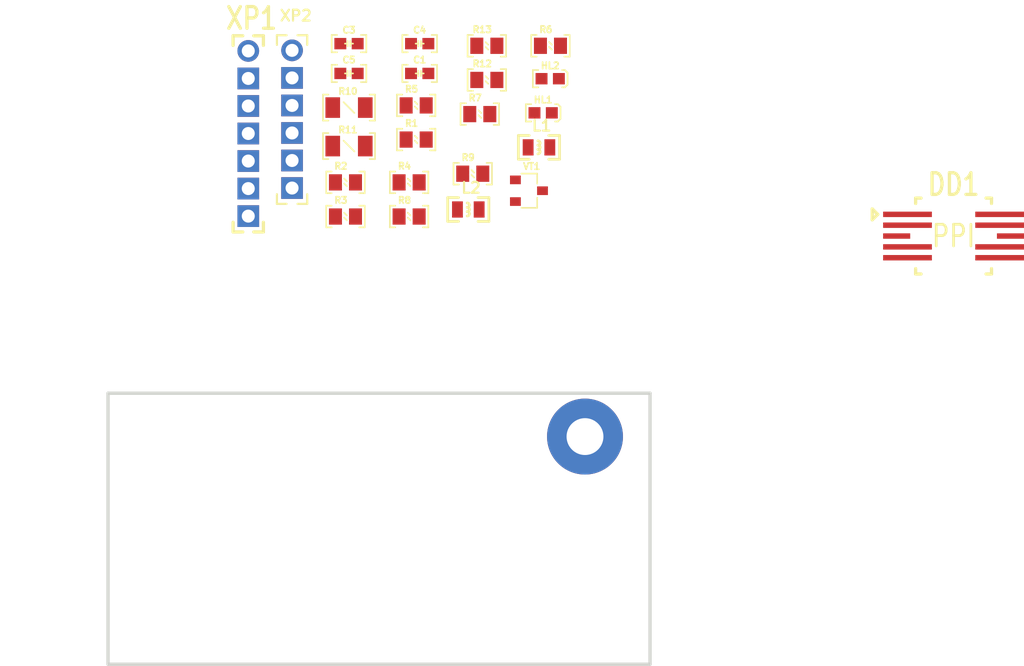
<source format=kicad_pcb>
(kicad_pcb (version 20171130) (host pcbnew "(5.1.4)-1")

  (general
    (thickness 1.6)
    (drawings 16)
    (tracks 0)
    (zones 0)
    (modules 26)
    (nets 20)
  )

  (page A4)
  (layers
    (0 F.Cu signal)
    (31 B.Cu signal)
    (32 B.Adhes user)
    (33 F.Adhes user)
    (34 B.Paste user)
    (35 F.Paste user)
    (36 B.SilkS user)
    (37 F.SilkS user)
    (38 B.Mask user)
    (39 F.Mask user)
    (40 Dwgs.User user)
    (41 Cmts.User user)
    (42 Eco1.User user)
    (43 Eco2.User user)
    (44 Edge.Cuts user)
    (45 Margin user)
    (46 B.CrtYd user)
    (47 F.CrtYd user)
    (48 B.Fab user)
    (49 F.Fab user)
  )

  (setup
    (last_trace_width 0.25)
    (trace_clearance 0.2)
    (zone_clearance 0.508)
    (zone_45_only no)
    (trace_min 0.2)
    (via_size 0.8)
    (via_drill 0.4)
    (via_min_size 0.4)
    (via_min_drill 0.3)
    (uvia_size 0.3)
    (uvia_drill 0.1)
    (uvias_allowed no)
    (uvia_min_size 0.2)
    (uvia_min_drill 0.1)
    (edge_width 0.05)
    (segment_width 0.2)
    (pcb_text_width 0.3)
    (pcb_text_size 1.5 1.5)
    (mod_edge_width 0.12)
    (mod_text_size 1 1)
    (mod_text_width 0.15)
    (pad_size 1.524 1.524)
    (pad_drill 0.762)
    (pad_to_mask_clearance 0.051)
    (solder_mask_min_width 0.25)
    (aux_axis_origin 0 0)
    (visible_elements 7FFFFFFF)
    (pcbplotparams
      (layerselection 0x010fc_ffffffff)
      (usegerberextensions false)
      (usegerberattributes false)
      (usegerberadvancedattributes false)
      (creategerberjobfile false)
      (excludeedgelayer true)
      (linewidth 0.100000)
      (plotframeref false)
      (viasonmask false)
      (mode 1)
      (useauxorigin false)
      (hpglpennumber 1)
      (hpglpenspeed 20)
      (hpglpendiameter 15.000000)
      (psnegative false)
      (psa4output false)
      (plotreference true)
      (plotvalue true)
      (plotinvisibletext false)
      (padsonsilk false)
      (subtractmaskfromsilk false)
      (outputformat 1)
      (mirror false)
      (drillshape 1)
      (scaleselection 1)
      (outputdirectory ""))
  )

  (net 0 "")
  (net 1 GND)
  (net 2 5V)
  (net 3 /RS-A)
  (net 4 /EN-RS)
  (net 5 "Net-(C3-Pad2)")
  (net 6 /RS-C)
  (net 7 /RS-B)
  (net 8 /TX-RS)
  (net 9 /RX-RS)
  (net 10 "Net-(L1-Pad2)")
  (net 11 "Net-(L2-Pad2)")
  (net 12 /RX-MC)
  (net 13 "Net-(HL1-PadA)")
  (net 14 /TX-MC)
  (net 15 "Net-(HL2-PadA)")
  (net 16 /EN-MC)
  (net 17 "Net-(R7-Pad1)")
  (net 18 /SHLD)
  (net 19 "Net-(X1-Pad1)")

  (net_class Default "Это класс цепей по умолчанию."
    (clearance 0.2)
    (trace_width 0.25)
    (via_dia 0.8)
    (via_drill 0.4)
    (uvia_dia 0.3)
    (uvia_drill 0.1)
    (add_net /EN-MC)
    (add_net /EN-RS)
    (add_net /RS-A)
    (add_net /RS-B)
    (add_net /RS-C)
    (add_net /RX-MC)
    (add_net /RX-RS)
    (add_net /SHLD)
    (add_net /TX-MC)
    (add_net /TX-RS)
    (add_net 5V)
    (add_net GND)
    (add_net "Net-(C3-Pad2)")
    (add_net "Net-(HL1-PadA)")
    (add_net "Net-(HL2-PadA)")
    (add_net "Net-(L1-Pad2)")
    (add_net "Net-(L2-Pad2)")
    (add_net "Net-(R7-Pad1)")
    (add_net "Net-(X1-Pad1)")
  )

  (module MOTOR_X:Вилка_СНП346-6ВП21-1-В (layer F.Cu) (tedit 5E989538) (tstamp 60E19ED8)
    (at 91.977 18.372)
    (path /60EDEB25)
    (fp_text reference XP2 (at 0.35 -3.2) (layer F.SilkS)
      (effects (font (size 1 1) (thickness 0.2)))
    )
    (fp_text value Вилка_СНП346-6ВП21-1#1N1N6 (at 0.06 18.04) (layer F.Fab) hide
      (effects (font (size 1 1) (thickness 0.15)))
    )
    (fp_line (start 1.397 14.1605) (end 0.508 14.1605) (layer F.SilkS) (width 0.2))
    (fp_line (start 1.397 14.1605) (end 1.397 13.2715) (layer F.SilkS) (width 0.2))
    (fp_line (start -1.397 14.1605) (end -0.508 14.1605) (layer F.SilkS) (width 0.2))
    (fp_line (start -1.397 14.1605) (end -1.397 13.2715) (layer F.SilkS) (width 0.2))
    (fp_line (start 1.397 -1.397) (end 1.397 -0.508) (layer F.SilkS) (width 0.2))
    (fp_line (start 1.397 -1.397) (end 0.508 -1.397) (layer F.SilkS) (width 0.2))
    (fp_line (start -1.397 -1.397) (end -0.508 -1.397) (layer F.SilkS) (width 0.2))
    (fp_line (start -1.397 -1.397) (end -1.397 -0.508) (layer F.SilkS) (width 0.2))
    (pad 6 thru_hole rect (at 0 12.7) (size 2 2) (drill 1.2) (layers *.Cu *.Mask))
    (pad 3 thru_hole rect (at 0 5.08) (size 2 2) (drill 1.2) (layers *.Cu *.Mask)
      (net 7 /RS-B))
    (pad 5 thru_hole rect (at 0 10.16) (size 2 2) (drill 1.2) (layers *.Cu *.Mask)
      (net 18 /SHLD))
    (pad 2 thru_hole rect (at 0 2.54) (size 2 2) (drill 1.2) (layers *.Cu *.Mask)
      (net 3 /RS-A))
    (pad 4 thru_hole rect (at 0 7.62) (size 2 2) (drill 1.2) (layers *.Cu *.Mask)
      (net 6 /RS-C))
    (pad 1 thru_hole circle (at 0 0) (size 2 2) (drill 1.2) (layers *.Cu *.Mask))
    (model ${MOTOR_3D}/SNP346-6VP21-1.stp
      (offset (xyz -1.25 -1.25 0))
      (scale (xyz 1 1 1))
      (rotate (xyz 0 0 0))
    )
  )

  (module MOTOR_X:Вилка_СНП346-7ВП21-1-В (layer F.Cu) (tedit 5B69490D) (tstamp 60E19EC6)
    (at 87.937 18.422)
    (path /60E39351)
    (fp_text reference XP1 (at 0.3 -3) (layer F.SilkS)
      (effects (font (size 2 1.6) (thickness 0.3)))
    )
    (fp_text value Вилка_СНП346-7ВП21-1#0 (at 0.06 18.04) (layer F.Fab) hide
      (effects (font (size 1 1) (thickness 0.15)))
    )
    (fp_line (start 1.397 16.7005) (end 0.508 16.7005) (layer F.SilkS) (width 0.3))
    (fp_line (start 1.397 16.7005) (end 1.397 15.8115) (layer F.SilkS) (width 0.3))
    (fp_line (start -1.397 16.7005) (end -0.508 16.7005) (layer F.SilkS) (width 0.3))
    (fp_line (start -1.397 16.7005) (end -1.397 15.8115) (layer F.SilkS) (width 0.3))
    (fp_line (start 1.397 -1.397) (end 1.397 -0.508) (layer F.SilkS) (width 0.3))
    (fp_line (start 1.397 -1.397) (end 0.508 -1.397) (layer F.SilkS) (width 0.3))
    (fp_line (start -1.397 -1.397) (end -0.508 -1.397) (layer F.SilkS) (width 0.3))
    (fp_line (start -1.397 -1.397) (end -1.397 -0.508) (layer F.SilkS) (width 0.3))
    (pad 6 thru_hole rect (at 0 12.7) (size 2 2) (drill 1.2) (layers *.Cu *.Mask)
      (net 14 /TX-MC))
    (pad 3 thru_hole rect (at 0 5.08) (size 2 2) (drill 1.2) (layers *.Cu *.Mask)
      (net 16 /EN-MC))
    (pad 5 thru_hole rect (at 0 10.16) (size 2 2) (drill 1.2) (layers *.Cu *.Mask)
      (net 12 /RX-MC))
    (pad 2 thru_hole rect (at 0 2.54) (size 2 2) (drill 1.2) (layers *.Cu *.Mask)
      (net 16 /EN-MC))
    (pad 4 thru_hole rect (at 0 7.62) (size 2 2) (drill 1.2) (layers *.Cu *.Mask)
      (net 2 5V))
    (pad 1 thru_hole circle (at 0 0) (size 2 2) (drill 1.2) (layers *.Cu *.Mask)
      (net 1 GND))
    (pad 7 thru_hole rect (at 0 15.24) (size 2 2) (drill 1.2) (layers *.Cu *.Mask)
      (net 1 GND))
  )

  (module MOTOR_VD_VT_HL:Корпус_КТ-46 (layer F.Cu) (tedit 5E96196C) (tstamp 60E19EAB)
    (at 113.829999 31.32)
    (descr SOT-23)
    (tags SOT-23)
    (path /60E0A539)
    (attr smd)
    (fp_text reference VT1 (at 0.25 -2.25) (layer F.SilkS)
      (effects (font (size 0.6 0.6) (thickness 0.15)))
    )
    (fp_text value Транзистор_2Т3130А9 (at 0 2.5) (layer F.Fab)
      (effects (font (size 1 1) (thickness 0.15)))
    )
    (fp_line (start 0.76 -1.58) (end -0.7 -1.58) (layer F.SilkS) (width 0.15))
    (fp_line (start 0.76 1.58) (end -0.7 1.58) (layer F.SilkS) (width 0.15))
    (fp_line (start -1.7 1.75) (end -1.7 -1.75) (layer F.CrtYd) (width 0.05))
    (fp_line (start 1.7 1.75) (end -1.7 1.75) (layer F.CrtYd) (width 0.05))
    (fp_line (start 1.7 -1.75) (end 1.7 1.75) (layer F.CrtYd) (width 0.05))
    (fp_line (start -1.7 -1.75) (end 1.7 -1.75) (layer F.CrtYd) (width 0.05))
    (fp_line (start 0.76 -1.58) (end 0.76 -0.65) (layer F.SilkS) (width 0.15))
    (fp_line (start 0.76 1.58) (end 0.76 0.65) (layer F.SilkS) (width 0.15))
    (pad 3 smd rect (at 1.25 0) (size 1 0.8) (layers F.Cu F.Paste F.Mask)
      (net 4 /EN-RS))
    (pad 2 smd rect (at -1.25 1) (size 1 0.8) (layers F.Cu F.Paste F.Mask)
      (net 1 GND))
    (pad 1 smd rect (at -1.25 -1) (size 1 0.8) (layers F.Cu F.Paste F.Mask)
      (net 17 "Net-(R7-Pad1)"))
    (model ${MOTOR_3D}/SOT-23.step
      (offset (xyz 0 0 0.57))
      (scale (xyz 1 1 1))
      (rotate (xyz -90 0 -90))
    )
  )

  (module MOTOR_RLC:Резистор_SMD_IEC_0805_0,125_Вт (layer F.Cu) (tedit 5F86EF35) (tstamp 60E19E9C)
    (at 109.02 17.95)
    (path /60E55DB0)
    (attr smd)
    (fp_text reference R13 (at 0.5 -1.5) (layer F.SilkS)
      (effects (font (size 0.6 0.6) (thickness 0.15)))
    )
    (fp_text value Резистор_0,125Вт (at 1.1 1.7) (layer F.Fab) hide
      (effects (font (size 0.6 0.6) (thickness 0.15)))
    )
    (fp_line (start 0.8 -0.35) (end 1.05 -0.1) (layer F.SilkS) (width 0.15))
    (fp_line (start 0.8 0.1) (end 1.05 0.35) (layer F.SilkS) (width 0.15))
    (fp_line (start 2.7 1) (end 2.7 -1) (layer F.CrtYd) (width 0.12))
    (fp_line (start -0.9 1) (end 2.7 1) (layer F.CrtYd) (width 0.12))
    (fp_line (start -0.9 -1) (end -0.9 1) (layer F.CrtYd) (width 0.12))
    (fp_line (start 2.7 -1) (end -0.9 -1) (layer F.CrtYd) (width 0.12))
    (fp_line (start -1.45 1) (end -1.45 -1) (layer Cmts.User) (width 0.12))
    (fp_line (start 3.3 1) (end -1.45 1) (layer Cmts.User) (width 0.12))
    (fp_line (start 3.3 -1) (end 3.3 1) (layer Cmts.User) (width 0.12))
    (fp_line (start -1.45 -1) (end 3.3 -1) (layer Cmts.User) (width 0.12))
    (fp_line (start 1.925 -0.6) (end -0.075 -0.6) (layer F.Fab) (width 0.12))
    (fp_line (start 1.925 0.65) (end 1.925 -0.6) (layer F.Fab) (width 0.12))
    (fp_line (start -0.075 0.65) (end 1.925 0.65) (layer F.Fab) (width 0.12))
    (fp_line (start -0.075 -0.6) (end -0.075 0.65) (layer F.Fab) (width 0.12))
    (fp_line (start -0.85 1) (end -0.35 1) (layer F.SilkS) (width 0.15))
    (fp_line (start 2.7 1) (end 2.2 1) (layer F.SilkS) (width 0.15))
    (fp_line (start -0.85 -1) (end -0.35 -1) (layer F.SilkS) (width 0.15))
    (fp_line (start 2.7 -1) (end 2.2 -1) (layer F.SilkS) (width 0.15))
    (fp_line (start 2.7 -1) (end 2.7 1) (layer F.SilkS) (width 0.15))
    (fp_line (start -0.85 1) (end -0.85 -1) (layer F.SilkS) (width 0.15))
    (pad 2 smd rect (at 1.85 0) (size 1.2 1.5) (layers F.Cu F.Paste F.Mask)
      (net 1 GND) (clearance 0.2))
    (pad 1 smd rect (at 0 0) (size 1.2 1.5) (layers F.Cu F.Paste F.Mask)
      (net 7 /RS-B) (clearance 0.2))
    (model ${MOTOR_3D}/R/Res_0805.stp
      (offset (xyz -0.05 0.6 0))
      (scale (xyz 1 1 1))
      (rotate (xyz 0 0 90))
    )
  )

  (module MOTOR_RLC:Резистор_SMD_IEC_0805_0,125_Вт (layer F.Cu) (tedit 5F86EF35) (tstamp 60E19E82)
    (at 109.02 21.1)
    (path /60E25746)
    (attr smd)
    (fp_text reference R12 (at 0.5 -1.5) (layer F.SilkS)
      (effects (font (size 0.6 0.6) (thickness 0.15)))
    )
    (fp_text value Резистор_0,125Вт (at 1.1 1.7) (layer F.Fab) hide
      (effects (font (size 0.6 0.6) (thickness 0.15)))
    )
    (fp_line (start 0.8 -0.35) (end 1.05 -0.1) (layer F.SilkS) (width 0.15))
    (fp_line (start 0.8 0.1) (end 1.05 0.35) (layer F.SilkS) (width 0.15))
    (fp_line (start 2.7 1) (end 2.7 -1) (layer F.CrtYd) (width 0.12))
    (fp_line (start -0.9 1) (end 2.7 1) (layer F.CrtYd) (width 0.12))
    (fp_line (start -0.9 -1) (end -0.9 1) (layer F.CrtYd) (width 0.12))
    (fp_line (start 2.7 -1) (end -0.9 -1) (layer F.CrtYd) (width 0.12))
    (fp_line (start -1.45 1) (end -1.45 -1) (layer Cmts.User) (width 0.12))
    (fp_line (start 3.3 1) (end -1.45 1) (layer Cmts.User) (width 0.12))
    (fp_line (start 3.3 -1) (end 3.3 1) (layer Cmts.User) (width 0.12))
    (fp_line (start -1.45 -1) (end 3.3 -1) (layer Cmts.User) (width 0.12))
    (fp_line (start 1.925 -0.6) (end -0.075 -0.6) (layer F.Fab) (width 0.12))
    (fp_line (start 1.925 0.65) (end 1.925 -0.6) (layer F.Fab) (width 0.12))
    (fp_line (start -0.075 0.65) (end 1.925 0.65) (layer F.Fab) (width 0.12))
    (fp_line (start -0.075 -0.6) (end -0.075 0.65) (layer F.Fab) (width 0.12))
    (fp_line (start -0.85 1) (end -0.35 1) (layer F.SilkS) (width 0.15))
    (fp_line (start 2.7 1) (end 2.2 1) (layer F.SilkS) (width 0.15))
    (fp_line (start -0.85 -1) (end -0.35 -1) (layer F.SilkS) (width 0.15))
    (fp_line (start 2.7 -1) (end 2.2 -1) (layer F.SilkS) (width 0.15))
    (fp_line (start 2.7 -1) (end 2.7 1) (layer F.SilkS) (width 0.15))
    (fp_line (start -0.85 1) (end -0.85 -1) (layer F.SilkS) (width 0.15))
    (pad 2 smd rect (at 1.85 0) (size 1.2 1.5) (layers F.Cu F.Paste F.Mask)
      (net 3 /RS-A) (clearance 0.2))
    (pad 1 smd rect (at 0 0) (size 1.2 1.5) (layers F.Cu F.Paste F.Mask)
      (net 2 5V) (clearance 0.2))
    (model ${MOTOR_3D}/R/Res_0805.stp
      (offset (xyz -0.05 0.6 0))
      (scale (xyz 1 1 1))
      (rotate (xyz 0 0 90))
    )
  )

  (module MOTOR_RLC:Резистор_SMD_IEC_1206-0,25_Вт (layer F.Cu) (tedit 5F76C214) (tstamp 60E19E68)
    (at 95.73 27.2)
    (path /60E320BB)
    (attr smd)
    (fp_text reference R11 (at 1.4 -1.5) (layer F.SilkS)
      (effects (font (size 0.6 0.6) (thickness 0.15)))
    )
    (fp_text value Резистор_0,25Вт (at 1.75 2.25) (layer F.Fab)
      (effects (font (size 0.6 0.6) (thickness 0.15)))
    )
    (fp_line (start -0.9 1.2) (end -0.9 -1.2) (layer F.CrtYd) (width 0.12))
    (fp_line (start 3.9 1.2) (end -0.9 1.2) (layer F.CrtYd) (width 0.12))
    (fp_line (start 3.9 -1.2) (end 3.9 1.2) (layer F.CrtYd) (width 0.12))
    (fp_line (start -0.9 -1.2) (end 3.9 -1.2) (layer F.CrtYd) (width 0.12))
    (fp_line (start 2.6 -0.6) (end 2.6 0.6) (layer Dwgs.User) (width 0.12))
    (fp_line (start 0.4 -0.6) (end 0.4 0.6) (layer Dwgs.User) (width 0.12))
    (fp_line (start -0.1 0.8) (end -0.1 -0.8) (layer F.Fab) (width 0.12))
    (fp_line (start 3.1 0.8) (end -0.1 0.8) (layer F.Fab) (width 0.12))
    (fp_line (start 3.1 -0.8) (end 3.1 0.8) (layer F.Fab) (width 0.12))
    (fp_line (start -0.1 -0.8) (end 3.1 -0.8) (layer F.Fab) (width 0.12))
    (fp_line (start -1.2 1.2) (end -1.2 -1.2) (layer Cmts.User) (width 0.12))
    (fp_line (start 4.2 1.2) (end -1.2 1.2) (layer Cmts.User) (width 0.12))
    (fp_line (start 4.2 -1.2) (end 4.2 1.2) (layer Cmts.User) (width 0.12))
    (fp_line (start -1.2 -1.2) (end 4.2 -1.2) (layer Cmts.User) (width 0.12))
    (fp_line (start 2 0.5) (end 1 -0.5) (layer F.SilkS) (width 0.15))
    (fp_line (start -0.9 -1.2) (end -0.9 1.2) (layer F.SilkS) (width 0.15))
    (fp_line (start 3.9 -1.2) (end 3.9 1.2) (layer F.SilkS) (width 0.15))
    (fp_line (start 3.9 1.2) (end 3.4 1.2) (layer F.SilkS) (width 0.15))
    (fp_line (start 3.4 -1.2) (end 3.9 -1.2) (layer F.SilkS) (width 0.15))
    (fp_line (start -0.9 1.2) (end -0.4 1.2) (layer F.SilkS) (width 0.15))
    (fp_line (start -0.4 -1.2) (end -0.9 -1.2) (layer F.SilkS) (width 0.15))
    (pad 2 smd rect (at 3 0) (size 1.35 1.9) (layers F.Cu F.Paste F.Mask)
      (net 18 /SHLD))
    (pad 1 smd rect (at 0 0) (size 1.35 1.9) (layers F.Cu F.Paste F.Mask)
      (net 11 "Net-(L2-Pad2)"))
    (model ${MOTOR_3D}/R/Res_1206.stp
      (offset (xyz -0.05 0.8 0))
      (scale (xyz 1 1 1))
      (rotate (xyz 0 0 90))
    )
  )

  (module MOTOR_RLC:Резистор_SMD_IEC_1206-0,25_Вт (layer F.Cu) (tedit 5F76C214) (tstamp 60E19E4D)
    (at 95.73 23.65)
    (path /60E186DF)
    (attr smd)
    (fp_text reference R10 (at 1.4 -1.5) (layer F.SilkS)
      (effects (font (size 0.6 0.6) (thickness 0.15)))
    )
    (fp_text value Резистор_0,25Вт (at 1.75 2.25) (layer F.Fab)
      (effects (font (size 0.6 0.6) (thickness 0.15)))
    )
    (fp_line (start -0.9 1.2) (end -0.9 -1.2) (layer F.CrtYd) (width 0.12))
    (fp_line (start 3.9 1.2) (end -0.9 1.2) (layer F.CrtYd) (width 0.12))
    (fp_line (start 3.9 -1.2) (end 3.9 1.2) (layer F.CrtYd) (width 0.12))
    (fp_line (start -0.9 -1.2) (end 3.9 -1.2) (layer F.CrtYd) (width 0.12))
    (fp_line (start 2.6 -0.6) (end 2.6 0.6) (layer Dwgs.User) (width 0.12))
    (fp_line (start 0.4 -0.6) (end 0.4 0.6) (layer Dwgs.User) (width 0.12))
    (fp_line (start -0.1 0.8) (end -0.1 -0.8) (layer F.Fab) (width 0.12))
    (fp_line (start 3.1 0.8) (end -0.1 0.8) (layer F.Fab) (width 0.12))
    (fp_line (start 3.1 -0.8) (end 3.1 0.8) (layer F.Fab) (width 0.12))
    (fp_line (start -0.1 -0.8) (end 3.1 -0.8) (layer F.Fab) (width 0.12))
    (fp_line (start -1.2 1.2) (end -1.2 -1.2) (layer Cmts.User) (width 0.12))
    (fp_line (start 4.2 1.2) (end -1.2 1.2) (layer Cmts.User) (width 0.12))
    (fp_line (start 4.2 -1.2) (end 4.2 1.2) (layer Cmts.User) (width 0.12))
    (fp_line (start -1.2 -1.2) (end 4.2 -1.2) (layer Cmts.User) (width 0.12))
    (fp_line (start 2 0.5) (end 1 -0.5) (layer F.SilkS) (width 0.15))
    (fp_line (start -0.9 -1.2) (end -0.9 1.2) (layer F.SilkS) (width 0.15))
    (fp_line (start 3.9 -1.2) (end 3.9 1.2) (layer F.SilkS) (width 0.15))
    (fp_line (start 3.9 1.2) (end 3.4 1.2) (layer F.SilkS) (width 0.15))
    (fp_line (start 3.4 -1.2) (end 3.9 -1.2) (layer F.SilkS) (width 0.15))
    (fp_line (start -0.9 1.2) (end -0.4 1.2) (layer F.SilkS) (width 0.15))
    (fp_line (start -0.4 -1.2) (end -0.9 -1.2) (layer F.SilkS) (width 0.15))
    (pad 2 smd rect (at 3 0) (size 1.35 1.9) (layers F.Cu F.Paste F.Mask)
      (net 6 /RS-C))
    (pad 1 smd rect (at 0 0) (size 1.35 1.9) (layers F.Cu F.Paste F.Mask)
      (net 10 "Net-(L1-Pad2)"))
    (model ${MOTOR_3D}/R/Res_1206.stp
      (offset (xyz -0.05 0.8 0))
      (scale (xyz 1 1 1))
      (rotate (xyz 0 0 90))
    )
  )

  (module MOTOR_RLC:Резистор_SMD_IEC_0805_0,125_Вт (layer F.Cu) (tedit 5F86EF35) (tstamp 60E19E32)
    (at 107.72 29.75)
    (path /60E4EAE9)
    (attr smd)
    (fp_text reference R9 (at 0.5 -1.5) (layer F.SilkS)
      (effects (font (size 0.6 0.6) (thickness 0.15)))
    )
    (fp_text value Резистор_0,125Вт (at 1.1 1.7) (layer F.Fab) hide
      (effects (font (size 0.6 0.6) (thickness 0.15)))
    )
    (fp_line (start 0.8 -0.35) (end 1.05 -0.1) (layer F.SilkS) (width 0.15))
    (fp_line (start 0.8 0.1) (end 1.05 0.35) (layer F.SilkS) (width 0.15))
    (fp_line (start 2.7 1) (end 2.7 -1) (layer F.CrtYd) (width 0.12))
    (fp_line (start -0.9 1) (end 2.7 1) (layer F.CrtYd) (width 0.12))
    (fp_line (start -0.9 -1) (end -0.9 1) (layer F.CrtYd) (width 0.12))
    (fp_line (start 2.7 -1) (end -0.9 -1) (layer F.CrtYd) (width 0.12))
    (fp_line (start -1.45 1) (end -1.45 -1) (layer Cmts.User) (width 0.12))
    (fp_line (start 3.3 1) (end -1.45 1) (layer Cmts.User) (width 0.12))
    (fp_line (start 3.3 -1) (end 3.3 1) (layer Cmts.User) (width 0.12))
    (fp_line (start -1.45 -1) (end 3.3 -1) (layer Cmts.User) (width 0.12))
    (fp_line (start 1.925 -0.6) (end -0.075 -0.6) (layer F.Fab) (width 0.12))
    (fp_line (start 1.925 0.65) (end 1.925 -0.6) (layer F.Fab) (width 0.12))
    (fp_line (start -0.075 0.65) (end 1.925 0.65) (layer F.Fab) (width 0.12))
    (fp_line (start -0.075 -0.6) (end -0.075 0.65) (layer F.Fab) (width 0.12))
    (fp_line (start -0.85 1) (end -0.35 1) (layer F.SilkS) (width 0.15))
    (fp_line (start 2.7 1) (end 2.2 1) (layer F.SilkS) (width 0.15))
    (fp_line (start -0.85 -1) (end -0.35 -1) (layer F.SilkS) (width 0.15))
    (fp_line (start 2.7 -1) (end 2.2 -1) (layer F.SilkS) (width 0.15))
    (fp_line (start 2.7 -1) (end 2.7 1) (layer F.SilkS) (width 0.15))
    (fp_line (start -0.85 1) (end -0.85 -1) (layer F.SilkS) (width 0.15))
    (pad 2 smd rect (at 1.85 0) (size 1.2 1.5) (layers F.Cu F.Paste F.Mask)
      (net 7 /RS-B) (clearance 0.2))
    (pad 1 smd rect (at 0 0) (size 1.2 1.5) (layers F.Cu F.Paste F.Mask)
      (net 5 "Net-(C3-Pad2)") (clearance 0.2))
    (model ${MOTOR_3D}/R/Res_0805.stp
      (offset (xyz -0.05 0.6 0))
      (scale (xyz 1 1 1))
      (rotate (xyz 0 0 90))
    )
  )

  (module MOTOR_RLC:Резистор_SMD_IEC_0805_0,125_Вт (layer F.Cu) (tedit 5F86EF35) (tstamp 60E19E18)
    (at 101.85 33.7)
    (path /60E5CE59)
    (attr smd)
    (fp_text reference R8 (at 0.5 -1.5) (layer F.SilkS)
      (effects (font (size 0.6 0.6) (thickness 0.15)))
    )
    (fp_text value Резистор_0,125Вт (at 1.1 1.7) (layer F.Fab) hide
      (effects (font (size 0.6 0.6) (thickness 0.15)))
    )
    (fp_line (start 0.8 -0.35) (end 1.05 -0.1) (layer F.SilkS) (width 0.15))
    (fp_line (start 0.8 0.1) (end 1.05 0.35) (layer F.SilkS) (width 0.15))
    (fp_line (start 2.7 1) (end 2.7 -1) (layer F.CrtYd) (width 0.12))
    (fp_line (start -0.9 1) (end 2.7 1) (layer F.CrtYd) (width 0.12))
    (fp_line (start -0.9 -1) (end -0.9 1) (layer F.CrtYd) (width 0.12))
    (fp_line (start 2.7 -1) (end -0.9 -1) (layer F.CrtYd) (width 0.12))
    (fp_line (start -1.45 1) (end -1.45 -1) (layer Cmts.User) (width 0.12))
    (fp_line (start 3.3 1) (end -1.45 1) (layer Cmts.User) (width 0.12))
    (fp_line (start 3.3 -1) (end 3.3 1) (layer Cmts.User) (width 0.12))
    (fp_line (start -1.45 -1) (end 3.3 -1) (layer Cmts.User) (width 0.12))
    (fp_line (start 1.925 -0.6) (end -0.075 -0.6) (layer F.Fab) (width 0.12))
    (fp_line (start 1.925 0.65) (end 1.925 -0.6) (layer F.Fab) (width 0.12))
    (fp_line (start -0.075 0.65) (end 1.925 0.65) (layer F.Fab) (width 0.12))
    (fp_line (start -0.075 -0.6) (end -0.075 0.65) (layer F.Fab) (width 0.12))
    (fp_line (start -0.85 1) (end -0.35 1) (layer F.SilkS) (width 0.15))
    (fp_line (start 2.7 1) (end 2.2 1) (layer F.SilkS) (width 0.15))
    (fp_line (start -0.85 -1) (end -0.35 -1) (layer F.SilkS) (width 0.15))
    (fp_line (start 2.7 -1) (end 2.2 -1) (layer F.SilkS) (width 0.15))
    (fp_line (start 2.7 -1) (end 2.7 1) (layer F.SilkS) (width 0.15))
    (fp_line (start -0.85 1) (end -0.85 -1) (layer F.SilkS) (width 0.15))
    (pad 2 smd rect (at 1.85 0) (size 1.2 1.5) (layers F.Cu F.Paste F.Mask)
      (net 4 /EN-RS) (clearance 0.2))
    (pad 1 smd rect (at 0 0) (size 1.2 1.5) (layers F.Cu F.Paste F.Mask)
      (net 2 5V) (clearance 0.2))
    (model ${MOTOR_3D}/R/Res_0805.stp
      (offset (xyz -0.05 0.6 0))
      (scale (xyz 1 1 1))
      (rotate (xyz 0 0 90))
    )
  )

  (module MOTOR_RLC:Резистор_SMD_IEC_0805_0,125_Вт (layer F.Cu) (tedit 5F86EF35) (tstamp 60E19DFE)
    (at 108.37 24.25)
    (path /60EA20A4)
    (attr smd)
    (fp_text reference R7 (at 0.5 -1.5) (layer F.SilkS)
      (effects (font (size 0.6 0.6) (thickness 0.15)))
    )
    (fp_text value Резистор_0,125Вт (at 1.1 1.7) (layer F.Fab) hide
      (effects (font (size 0.6 0.6) (thickness 0.15)))
    )
    (fp_line (start 0.8 -0.35) (end 1.05 -0.1) (layer F.SilkS) (width 0.15))
    (fp_line (start 0.8 0.1) (end 1.05 0.35) (layer F.SilkS) (width 0.15))
    (fp_line (start 2.7 1) (end 2.7 -1) (layer F.CrtYd) (width 0.12))
    (fp_line (start -0.9 1) (end 2.7 1) (layer F.CrtYd) (width 0.12))
    (fp_line (start -0.9 -1) (end -0.9 1) (layer F.CrtYd) (width 0.12))
    (fp_line (start 2.7 -1) (end -0.9 -1) (layer F.CrtYd) (width 0.12))
    (fp_line (start -1.45 1) (end -1.45 -1) (layer Cmts.User) (width 0.12))
    (fp_line (start 3.3 1) (end -1.45 1) (layer Cmts.User) (width 0.12))
    (fp_line (start 3.3 -1) (end 3.3 1) (layer Cmts.User) (width 0.12))
    (fp_line (start -1.45 -1) (end 3.3 -1) (layer Cmts.User) (width 0.12))
    (fp_line (start 1.925 -0.6) (end -0.075 -0.6) (layer F.Fab) (width 0.12))
    (fp_line (start 1.925 0.65) (end 1.925 -0.6) (layer F.Fab) (width 0.12))
    (fp_line (start -0.075 0.65) (end 1.925 0.65) (layer F.Fab) (width 0.12))
    (fp_line (start -0.075 -0.6) (end -0.075 0.65) (layer F.Fab) (width 0.12))
    (fp_line (start -0.85 1) (end -0.35 1) (layer F.SilkS) (width 0.15))
    (fp_line (start 2.7 1) (end 2.2 1) (layer F.SilkS) (width 0.15))
    (fp_line (start -0.85 -1) (end -0.35 -1) (layer F.SilkS) (width 0.15))
    (fp_line (start 2.7 -1) (end 2.2 -1) (layer F.SilkS) (width 0.15))
    (fp_line (start 2.7 -1) (end 2.7 1) (layer F.SilkS) (width 0.15))
    (fp_line (start -0.85 1) (end -0.85 -1) (layer F.SilkS) (width 0.15))
    (pad 2 smd rect (at 1.85 0) (size 1.2 1.5) (layers F.Cu F.Paste F.Mask)
      (net 16 /EN-MC) (clearance 0.2))
    (pad 1 smd rect (at 0 0) (size 1.2 1.5) (layers F.Cu F.Paste F.Mask)
      (net 17 "Net-(R7-Pad1)") (clearance 0.2))
    (model ${MOTOR_3D}/R/Res_0805.stp
      (offset (xyz -0.05 0.6 0))
      (scale (xyz 1 1 1))
      (rotate (xyz 0 0 90))
    )
  )

  (module MOTOR_RLC:Резистор_SMD_IEC_0805_0,125_Вт (layer F.Cu) (tedit 5F86EF35) (tstamp 60E19DE4)
    (at 114.89 17.95)
    (path /60E9941B)
    (attr smd)
    (fp_text reference R6 (at 0.5 -1.5) (layer F.SilkS)
      (effects (font (size 0.6 0.6) (thickness 0.15)))
    )
    (fp_text value Резистор_0,125Вт (at 1.1 1.7) (layer F.Fab) hide
      (effects (font (size 0.6 0.6) (thickness 0.15)))
    )
    (fp_line (start 0.8 -0.35) (end 1.05 -0.1) (layer F.SilkS) (width 0.15))
    (fp_line (start 0.8 0.1) (end 1.05 0.35) (layer F.SilkS) (width 0.15))
    (fp_line (start 2.7 1) (end 2.7 -1) (layer F.CrtYd) (width 0.12))
    (fp_line (start -0.9 1) (end 2.7 1) (layer F.CrtYd) (width 0.12))
    (fp_line (start -0.9 -1) (end -0.9 1) (layer F.CrtYd) (width 0.12))
    (fp_line (start 2.7 -1) (end -0.9 -1) (layer F.CrtYd) (width 0.12))
    (fp_line (start -1.45 1) (end -1.45 -1) (layer Cmts.User) (width 0.12))
    (fp_line (start 3.3 1) (end -1.45 1) (layer Cmts.User) (width 0.12))
    (fp_line (start 3.3 -1) (end 3.3 1) (layer Cmts.User) (width 0.12))
    (fp_line (start -1.45 -1) (end 3.3 -1) (layer Cmts.User) (width 0.12))
    (fp_line (start 1.925 -0.6) (end -0.075 -0.6) (layer F.Fab) (width 0.12))
    (fp_line (start 1.925 0.65) (end 1.925 -0.6) (layer F.Fab) (width 0.12))
    (fp_line (start -0.075 0.65) (end 1.925 0.65) (layer F.Fab) (width 0.12))
    (fp_line (start -0.075 -0.6) (end -0.075 0.65) (layer F.Fab) (width 0.12))
    (fp_line (start -0.85 1) (end -0.35 1) (layer F.SilkS) (width 0.15))
    (fp_line (start 2.7 1) (end 2.2 1) (layer F.SilkS) (width 0.15))
    (fp_line (start -0.85 -1) (end -0.35 -1) (layer F.SilkS) (width 0.15))
    (fp_line (start 2.7 -1) (end 2.2 -1) (layer F.SilkS) (width 0.15))
    (fp_line (start 2.7 -1) (end 2.7 1) (layer F.SilkS) (width 0.15))
    (fp_line (start -0.85 1) (end -0.85 -1) (layer F.SilkS) (width 0.15))
    (pad 2 smd rect (at 1.85 0) (size 1.2 1.5) (layers F.Cu F.Paste F.Mask)
      (net 14 /TX-MC) (clearance 0.2))
    (pad 1 smd rect (at 0 0) (size 1.2 1.5) (layers F.Cu F.Paste F.Mask)
      (net 15 "Net-(HL2-PadA)") (clearance 0.2))
    (model ${MOTOR_3D}/R/Res_0805.stp
      (offset (xyz -0.05 0.6 0))
      (scale (xyz 1 1 1))
      (rotate (xyz 0 0 90))
    )
  )

  (module MOTOR_RLC:Резистор_SMD_IEC_0805_0,125_Вт (layer F.Cu) (tedit 5F86EF35) (tstamp 60E19DCA)
    (at 102.5 23.45)
    (path /60E718B2)
    (attr smd)
    (fp_text reference R5 (at 0.5 -1.5) (layer F.SilkS)
      (effects (font (size 0.6 0.6) (thickness 0.15)))
    )
    (fp_text value Резистор_0,125Вт (at 1.1 1.7) (layer F.Fab) hide
      (effects (font (size 0.6 0.6) (thickness 0.15)))
    )
    (fp_line (start 0.8 -0.35) (end 1.05 -0.1) (layer F.SilkS) (width 0.15))
    (fp_line (start 0.8 0.1) (end 1.05 0.35) (layer F.SilkS) (width 0.15))
    (fp_line (start 2.7 1) (end 2.7 -1) (layer F.CrtYd) (width 0.12))
    (fp_line (start -0.9 1) (end 2.7 1) (layer F.CrtYd) (width 0.12))
    (fp_line (start -0.9 -1) (end -0.9 1) (layer F.CrtYd) (width 0.12))
    (fp_line (start 2.7 -1) (end -0.9 -1) (layer F.CrtYd) (width 0.12))
    (fp_line (start -1.45 1) (end -1.45 -1) (layer Cmts.User) (width 0.12))
    (fp_line (start 3.3 1) (end -1.45 1) (layer Cmts.User) (width 0.12))
    (fp_line (start 3.3 -1) (end 3.3 1) (layer Cmts.User) (width 0.12))
    (fp_line (start -1.45 -1) (end 3.3 -1) (layer Cmts.User) (width 0.12))
    (fp_line (start 1.925 -0.6) (end -0.075 -0.6) (layer F.Fab) (width 0.12))
    (fp_line (start 1.925 0.65) (end 1.925 -0.6) (layer F.Fab) (width 0.12))
    (fp_line (start -0.075 0.65) (end 1.925 0.65) (layer F.Fab) (width 0.12))
    (fp_line (start -0.075 -0.6) (end -0.075 0.65) (layer F.Fab) (width 0.12))
    (fp_line (start -0.85 1) (end -0.35 1) (layer F.SilkS) (width 0.15))
    (fp_line (start 2.7 1) (end 2.2 1) (layer F.SilkS) (width 0.15))
    (fp_line (start -0.85 -1) (end -0.35 -1) (layer F.SilkS) (width 0.15))
    (fp_line (start 2.7 -1) (end 2.2 -1) (layer F.SilkS) (width 0.15))
    (fp_line (start 2.7 -1) (end 2.7 1) (layer F.SilkS) (width 0.15))
    (fp_line (start -0.85 1) (end -0.85 -1) (layer F.SilkS) (width 0.15))
    (pad 2 smd rect (at 1.85 0) (size 1.2 1.5) (layers F.Cu F.Paste F.Mask)
      (net 14 /TX-MC) (clearance 0.2))
    (pad 1 smd rect (at 0 0) (size 1.2 1.5) (layers F.Cu F.Paste F.Mask)
      (net 9 /RX-RS) (clearance 0.2))
    (model ${MOTOR_3D}/R/Res_0805.stp
      (offset (xyz -0.05 0.6 0))
      (scale (xyz 1 1 1))
      (rotate (xyz 0 0 90))
    )
  )

  (module MOTOR_RLC:Резистор_SMD_IEC_0805_0,125_Вт (layer F.Cu) (tedit 5F86EF35) (tstamp 60E19DB0)
    (at 101.85 30.55)
    (path /60E6F6B5)
    (attr smd)
    (fp_text reference R4 (at 0.5 -1.5) (layer F.SilkS)
      (effects (font (size 0.6 0.6) (thickness 0.15)))
    )
    (fp_text value Резистор_0,125Вт (at 1.1 1.7) (layer F.Fab) hide
      (effects (font (size 0.6 0.6) (thickness 0.15)))
    )
    (fp_line (start 0.8 -0.35) (end 1.05 -0.1) (layer F.SilkS) (width 0.15))
    (fp_line (start 0.8 0.1) (end 1.05 0.35) (layer F.SilkS) (width 0.15))
    (fp_line (start 2.7 1) (end 2.7 -1) (layer F.CrtYd) (width 0.12))
    (fp_line (start -0.9 1) (end 2.7 1) (layer F.CrtYd) (width 0.12))
    (fp_line (start -0.9 -1) (end -0.9 1) (layer F.CrtYd) (width 0.12))
    (fp_line (start 2.7 -1) (end -0.9 -1) (layer F.CrtYd) (width 0.12))
    (fp_line (start -1.45 1) (end -1.45 -1) (layer Cmts.User) (width 0.12))
    (fp_line (start 3.3 1) (end -1.45 1) (layer Cmts.User) (width 0.12))
    (fp_line (start 3.3 -1) (end 3.3 1) (layer Cmts.User) (width 0.12))
    (fp_line (start -1.45 -1) (end 3.3 -1) (layer Cmts.User) (width 0.12))
    (fp_line (start 1.925 -0.6) (end -0.075 -0.6) (layer F.Fab) (width 0.12))
    (fp_line (start 1.925 0.65) (end 1.925 -0.6) (layer F.Fab) (width 0.12))
    (fp_line (start -0.075 0.65) (end 1.925 0.65) (layer F.Fab) (width 0.12))
    (fp_line (start -0.075 -0.6) (end -0.075 0.65) (layer F.Fab) (width 0.12))
    (fp_line (start -0.85 1) (end -0.35 1) (layer F.SilkS) (width 0.15))
    (fp_line (start 2.7 1) (end 2.2 1) (layer F.SilkS) (width 0.15))
    (fp_line (start -0.85 -1) (end -0.35 -1) (layer F.SilkS) (width 0.15))
    (fp_line (start 2.7 -1) (end 2.2 -1) (layer F.SilkS) (width 0.15))
    (fp_line (start 2.7 -1) (end 2.7 1) (layer F.SilkS) (width 0.15))
    (fp_line (start -0.85 1) (end -0.85 -1) (layer F.SilkS) (width 0.15))
    (pad 2 smd rect (at 1.85 0) (size 1.2 1.5) (layers F.Cu F.Paste F.Mask)
      (net 14 /TX-MC) (clearance 0.2))
    (pad 1 smd rect (at 0 0) (size 1.2 1.5) (layers F.Cu F.Paste F.Mask)
      (net 8 /TX-RS) (clearance 0.2))
    (model ${MOTOR_3D}/R/Res_0805.stp
      (offset (xyz -0.05 0.6 0))
      (scale (xyz 1 1 1))
      (rotate (xyz 0 0 90))
    )
  )

  (module MOTOR_RLC:Резистор_SMD_IEC_0805_0,125_Вт (layer F.Cu) (tedit 5F86EF35) (tstamp 60E19D96)
    (at 95.98 33.7)
    (path /60E5BDFE)
    (attr smd)
    (fp_text reference R3 (at 0.5 -1.5) (layer F.SilkS)
      (effects (font (size 0.6 0.6) (thickness 0.15)))
    )
    (fp_text value Резистор_0,125Вт (at 1.1 1.7) (layer F.Fab) hide
      (effects (font (size 0.6 0.6) (thickness 0.15)))
    )
    (fp_line (start 0.8 -0.35) (end 1.05 -0.1) (layer F.SilkS) (width 0.15))
    (fp_line (start 0.8 0.1) (end 1.05 0.35) (layer F.SilkS) (width 0.15))
    (fp_line (start 2.7 1) (end 2.7 -1) (layer F.CrtYd) (width 0.12))
    (fp_line (start -0.9 1) (end 2.7 1) (layer F.CrtYd) (width 0.12))
    (fp_line (start -0.9 -1) (end -0.9 1) (layer F.CrtYd) (width 0.12))
    (fp_line (start 2.7 -1) (end -0.9 -1) (layer F.CrtYd) (width 0.12))
    (fp_line (start -1.45 1) (end -1.45 -1) (layer Cmts.User) (width 0.12))
    (fp_line (start 3.3 1) (end -1.45 1) (layer Cmts.User) (width 0.12))
    (fp_line (start 3.3 -1) (end 3.3 1) (layer Cmts.User) (width 0.12))
    (fp_line (start -1.45 -1) (end 3.3 -1) (layer Cmts.User) (width 0.12))
    (fp_line (start 1.925 -0.6) (end -0.075 -0.6) (layer F.Fab) (width 0.12))
    (fp_line (start 1.925 0.65) (end 1.925 -0.6) (layer F.Fab) (width 0.12))
    (fp_line (start -0.075 0.65) (end 1.925 0.65) (layer F.Fab) (width 0.12))
    (fp_line (start -0.075 -0.6) (end -0.075 0.65) (layer F.Fab) (width 0.12))
    (fp_line (start -0.85 1) (end -0.35 1) (layer F.SilkS) (width 0.15))
    (fp_line (start 2.7 1) (end 2.2 1) (layer F.SilkS) (width 0.15))
    (fp_line (start -0.85 -1) (end -0.35 -1) (layer F.SilkS) (width 0.15))
    (fp_line (start 2.7 -1) (end 2.2 -1) (layer F.SilkS) (width 0.15))
    (fp_line (start 2.7 -1) (end 2.7 1) (layer F.SilkS) (width 0.15))
    (fp_line (start -0.85 1) (end -0.85 -1) (layer F.SilkS) (width 0.15))
    (pad 2 smd rect (at 1.85 0) (size 1.2 1.5) (layers F.Cu F.Paste F.Mask)
      (net 12 /RX-MC) (clearance 0.2))
    (pad 1 smd rect (at 0 0) (size 1.2 1.5) (layers F.Cu F.Paste F.Mask)
      (net 8 /TX-RS) (clearance 0.2))
    (model ${MOTOR_3D}/R/Res_0805.stp
      (offset (xyz -0.05 0.6 0))
      (scale (xyz 1 1 1))
      (rotate (xyz 0 0 90))
    )
  )

  (module MOTOR_RLC:Резистор_SMD_IEC_0805_0,125_Вт (layer F.Cu) (tedit 5F86EF35) (tstamp 60E19D7C)
    (at 95.98 30.55)
    (path /60E72427)
    (attr smd)
    (fp_text reference R2 (at 0.5 -1.5) (layer F.SilkS)
      (effects (font (size 0.6 0.6) (thickness 0.15)))
    )
    (fp_text value Резистор_0,125Вт (at 1.1 1.7) (layer F.Fab) hide
      (effects (font (size 0.6 0.6) (thickness 0.15)))
    )
    (fp_line (start 0.8 -0.35) (end 1.05 -0.1) (layer F.SilkS) (width 0.15))
    (fp_line (start 0.8 0.1) (end 1.05 0.35) (layer F.SilkS) (width 0.15))
    (fp_line (start 2.7 1) (end 2.7 -1) (layer F.CrtYd) (width 0.12))
    (fp_line (start -0.9 1) (end 2.7 1) (layer F.CrtYd) (width 0.12))
    (fp_line (start -0.9 -1) (end -0.9 1) (layer F.CrtYd) (width 0.12))
    (fp_line (start 2.7 -1) (end -0.9 -1) (layer F.CrtYd) (width 0.12))
    (fp_line (start -1.45 1) (end -1.45 -1) (layer Cmts.User) (width 0.12))
    (fp_line (start 3.3 1) (end -1.45 1) (layer Cmts.User) (width 0.12))
    (fp_line (start 3.3 -1) (end 3.3 1) (layer Cmts.User) (width 0.12))
    (fp_line (start -1.45 -1) (end 3.3 -1) (layer Cmts.User) (width 0.12))
    (fp_line (start 1.925 -0.6) (end -0.075 -0.6) (layer F.Fab) (width 0.12))
    (fp_line (start 1.925 0.65) (end 1.925 -0.6) (layer F.Fab) (width 0.12))
    (fp_line (start -0.075 0.65) (end 1.925 0.65) (layer F.Fab) (width 0.12))
    (fp_line (start -0.075 -0.6) (end -0.075 0.65) (layer F.Fab) (width 0.12))
    (fp_line (start -0.85 1) (end -0.35 1) (layer F.SilkS) (width 0.15))
    (fp_line (start 2.7 1) (end 2.2 1) (layer F.SilkS) (width 0.15))
    (fp_line (start -0.85 -1) (end -0.35 -1) (layer F.SilkS) (width 0.15))
    (fp_line (start 2.7 -1) (end 2.2 -1) (layer F.SilkS) (width 0.15))
    (fp_line (start 2.7 -1) (end 2.7 1) (layer F.SilkS) (width 0.15))
    (fp_line (start -0.85 1) (end -0.85 -1) (layer F.SilkS) (width 0.15))
    (pad 2 smd rect (at 1.85 0) (size 1.2 1.5) (layers F.Cu F.Paste F.Mask)
      (net 12 /RX-MC) (clearance 0.2))
    (pad 1 smd rect (at 0 0) (size 1.2 1.5) (layers F.Cu F.Paste F.Mask)
      (net 9 /RX-RS) (clearance 0.2))
    (model ${MOTOR_3D}/R/Res_0805.stp
      (offset (xyz -0.05 0.6 0))
      (scale (xyz 1 1 1))
      (rotate (xyz 0 0 90))
    )
  )

  (module MOTOR_RLC:Резистор_SMD_IEC_0805_0,125_Вт (layer F.Cu) (tedit 5F86EF35) (tstamp 60E19D62)
    (at 102.5 26.6)
    (path /60E95443)
    (attr smd)
    (fp_text reference R1 (at 0.5 -1.5) (layer F.SilkS)
      (effects (font (size 0.6 0.6) (thickness 0.15)))
    )
    (fp_text value Резистор_0,125Вт (at 1.1 1.7) (layer F.Fab) hide
      (effects (font (size 0.6 0.6) (thickness 0.15)))
    )
    (fp_line (start 0.8 -0.35) (end 1.05 -0.1) (layer F.SilkS) (width 0.15))
    (fp_line (start 0.8 0.1) (end 1.05 0.35) (layer F.SilkS) (width 0.15))
    (fp_line (start 2.7 1) (end 2.7 -1) (layer F.CrtYd) (width 0.12))
    (fp_line (start -0.9 1) (end 2.7 1) (layer F.CrtYd) (width 0.12))
    (fp_line (start -0.9 -1) (end -0.9 1) (layer F.CrtYd) (width 0.12))
    (fp_line (start 2.7 -1) (end -0.9 -1) (layer F.CrtYd) (width 0.12))
    (fp_line (start -1.45 1) (end -1.45 -1) (layer Cmts.User) (width 0.12))
    (fp_line (start 3.3 1) (end -1.45 1) (layer Cmts.User) (width 0.12))
    (fp_line (start 3.3 -1) (end 3.3 1) (layer Cmts.User) (width 0.12))
    (fp_line (start -1.45 -1) (end 3.3 -1) (layer Cmts.User) (width 0.12))
    (fp_line (start 1.925 -0.6) (end -0.075 -0.6) (layer F.Fab) (width 0.12))
    (fp_line (start 1.925 0.65) (end 1.925 -0.6) (layer F.Fab) (width 0.12))
    (fp_line (start -0.075 0.65) (end 1.925 0.65) (layer F.Fab) (width 0.12))
    (fp_line (start -0.075 -0.6) (end -0.075 0.65) (layer F.Fab) (width 0.12))
    (fp_line (start -0.85 1) (end -0.35 1) (layer F.SilkS) (width 0.15))
    (fp_line (start 2.7 1) (end 2.2 1) (layer F.SilkS) (width 0.15))
    (fp_line (start -0.85 -1) (end -0.35 -1) (layer F.SilkS) (width 0.15))
    (fp_line (start 2.7 -1) (end 2.2 -1) (layer F.SilkS) (width 0.15))
    (fp_line (start 2.7 -1) (end 2.7 1) (layer F.SilkS) (width 0.15))
    (fp_line (start -0.85 1) (end -0.85 -1) (layer F.SilkS) (width 0.15))
    (pad 2 smd rect (at 1.85 0) (size 1.2 1.5) (layers F.Cu F.Paste F.Mask)
      (net 12 /RX-MC) (clearance 0.2))
    (pad 1 smd rect (at 0 0) (size 1.2 1.5) (layers F.Cu F.Paste F.Mask)
      (net 13 "Net-(HL1-PadA)") (clearance 0.2))
    (model ${MOTOR_3D}/R/Res_0805.stp
      (offset (xyz -0.05 0.6 0))
      (scale (xyz 1 1 1))
      (rotate (xyz 0 0 90))
    )
  )

  (module N_RLC:Чип-индуктивность_SMD_0805 (layer F.Cu) (tedit 5C5F0EA3) (tstamp 60E19D48)
    (at 107.235 33.05)
    (path /60E320C7)
    (fp_text reference L2 (at 1.25 -2) (layer F.SilkS)
      (effects (font (size 1 1) (thickness 0.2)))
    )
    (fp_text value Чип-индуктивность (at 1.29 2.09) (layer F.Fab)
      (effects (font (size 2 1.6) (thickness 0.3)))
    )
    (fp_line (start -0.9 -1.1) (end 0.1 -1.1) (layer F.SilkS) (width 0.25))
    (fp_line (start 2.9 -1.1) (end 1.9 -1.1) (layer F.SilkS) (width 0.25))
    (fp_line (start 2.9 1.1) (end 1.9 1.1) (layer F.SilkS) (width 0.25))
    (fp_line (start -0.9 1.1) (end 0.1 1.1) (layer F.SilkS) (width 0.25))
    (fp_line (start 2.9 -1.1) (end 2.9 1.1) (layer F.SilkS) (width 0.25))
    (fp_line (start -0.9 1.1) (end -0.9 -1.1) (layer F.SilkS) (width 0.25))
    (fp_arc (start 0.9 0.4) (end 1.1 0.4) (angle 90) (layer F.SilkS) (width 0.25))
    (fp_arc (start 0.9 0.4) (end 0.9 0.2) (angle 90) (layer F.SilkS) (width 0.25))
    (fp_arc (start 0.9 0) (end 1.1 0) (angle 90) (layer F.SilkS) (width 0.25))
    (fp_arc (start 0.9 0) (end 0.9 -0.2) (angle 90) (layer F.SilkS) (width 0.25))
    (fp_arc (start 0.9 -0.4) (end 0.9 -0.6) (angle 90) (layer F.SilkS) (width 0.25))
    (fp_arc (start 0.9 -0.4) (end 1.1 -0.4) (angle 90) (layer F.SilkS) (width 0.25))
    (pad 2 smd rect (at 2 0) (size 1 1.5) (layers F.Cu F.Paste F.Mask)
      (net 11 "Net-(L2-Pad2)") (clearance 0.2))
    (pad 1 smd rect (at 0 0) (size 1 1.5) (layers F.Cu F.Paste F.Mask)
      (net 1 GND) (clearance 0.2))
    (model ${N_3D}/Res_0805.stp
      (offset (xyz 0 0.63 0))
      (scale (xyz 1 1 1))
      (rotate (xyz 0 0 90))
    )
  )

  (module N_RLC:Чип-индуктивность_SMD_0805 (layer F.Cu) (tedit 5C5F0EA3) (tstamp 60E19D36)
    (at 113.755 27.32)
    (path /60E2B600)
    (fp_text reference L1 (at 1.25 -2) (layer F.SilkS)
      (effects (font (size 1 1) (thickness 0.2)))
    )
    (fp_text value Чип-индуктивность (at 1.29 2.09) (layer F.Fab)
      (effects (font (size 2 1.6) (thickness 0.3)))
    )
    (fp_line (start -0.9 -1.1) (end 0.1 -1.1) (layer F.SilkS) (width 0.25))
    (fp_line (start 2.9 -1.1) (end 1.9 -1.1) (layer F.SilkS) (width 0.25))
    (fp_line (start 2.9 1.1) (end 1.9 1.1) (layer F.SilkS) (width 0.25))
    (fp_line (start -0.9 1.1) (end 0.1 1.1) (layer F.SilkS) (width 0.25))
    (fp_line (start 2.9 -1.1) (end 2.9 1.1) (layer F.SilkS) (width 0.25))
    (fp_line (start -0.9 1.1) (end -0.9 -1.1) (layer F.SilkS) (width 0.25))
    (fp_arc (start 0.9 0.4) (end 1.1 0.4) (angle 90) (layer F.SilkS) (width 0.25))
    (fp_arc (start 0.9 0.4) (end 0.9 0.2) (angle 90) (layer F.SilkS) (width 0.25))
    (fp_arc (start 0.9 0) (end 1.1 0) (angle 90) (layer F.SilkS) (width 0.25))
    (fp_arc (start 0.9 0) (end 0.9 -0.2) (angle 90) (layer F.SilkS) (width 0.25))
    (fp_arc (start 0.9 -0.4) (end 0.9 -0.6) (angle 90) (layer F.SilkS) (width 0.25))
    (fp_arc (start 0.9 -0.4) (end 1.1 -0.4) (angle 90) (layer F.SilkS) (width 0.25))
    (pad 2 smd rect (at 2 0) (size 1 1.5) (layers F.Cu F.Paste F.Mask)
      (net 10 "Net-(L1-Pad2)") (clearance 0.2))
    (pad 1 smd rect (at 0 0) (size 1 1.5) (layers F.Cu F.Paste F.Mask)
      (net 1 GND) (clearance 0.2))
    (model ${N_3D}/Res_0805.stp
      (offset (xyz 0 0.63 0))
      (scale (xyz 1 1 1))
      (rotate (xyz 0 0 90))
    )
  )

  (module MOTOR_VD_VT_HL:Светодиод_SMD_IEC_0603 (layer F.Cu) (tedit 5F76C344) (tstamp 60E19D24)
    (at 115.79 20.985)
    (path /60E99410)
    (attr smd)
    (fp_text reference HL2 (at 0 -1.2) (layer F.SilkS)
      (effects (font (size 0.6 0.6) (thickness 0.15)))
    )
    (fp_text value Светодиод (at -0.875 -0.05) (layer F.Fab)
      (effects (font (size 0.6 0.6) (thickness 0.15)))
    )
    (fp_line (start 2.35 -0.9) (end -2.35 -0.9) (layer Cmts.User) (width 0.12))
    (fp_line (start 2.35 0.9) (end 2.35 -0.9) (layer Cmts.User) (width 0.12))
    (fp_line (start -2.35 0.9) (end 2.35 0.9) (layer Cmts.User) (width 0.12))
    (fp_line (start -2.35 -0.9) (end -2.35 0.9) (layer Cmts.User) (width 0.12))
    (fp_line (start 1.6 0.55) (end 1.35 0.8) (layer F.SilkS) (width 0.15))
    (fp_line (start 1.6 -0.55) (end 1.35 -0.8) (layer F.SilkS) (width 0.15))
    (fp_line (start -1.7 0.9) (end -1.7 -0.9) (layer F.CrtYd) (width 0.12))
    (fp_line (start 1.7 0.9) (end -1.7 0.9) (layer F.CrtYd) (width 0.12))
    (fp_line (start 1.7 -0.9) (end 1.7 0.9) (layer F.CrtYd) (width 0.12))
    (fp_line (start -1.7 -0.9) (end 1.7 -0.9) (layer F.CrtYd) (width 0.12))
    (fp_line (start -0.8 -0.4) (end -0.8 0.4) (layer F.Fab) (width 0.12))
    (fp_line (start 0.8 -0.4) (end -0.8 -0.4) (layer F.Fab) (width 0.12))
    (fp_line (start 0.8 0.4) (end 0.8 -0.4) (layer F.Fab) (width 0.12))
    (fp_line (start -0.8 0.4) (end 0.8 0.4) (layer F.Fab) (width 0.12))
    (fp_line (start 1.35 0.8) (end 1.1 0.8) (layer F.SilkS) (width 0.15))
    (fp_line (start 1.35 -0.8) (end 1.1 -0.8) (layer F.SilkS) (width 0.15))
    (fp_line (start 1.6 -0.55) (end 1.6 0.55) (layer F.SilkS) (width 0.15))
    (fp_line (start -1.6 0.8) (end -1.1 0.8) (layer F.SilkS) (width 0.15))
    (fp_line (start -1.6 -0.8) (end -1.6 0.8) (layer F.SilkS) (width 0.15))
    (fp_line (start -1.6 -0.8) (end -1.1 -0.8) (layer F.SilkS) (width 0.15))
    (pad 2 smd rect (at 0.8 0) (size 1.1 1.05) (layers F.Cu F.Paste F.Mask)
      (clearance 0.2))
    (pad 1 smd rect (at -0.8 0) (size 1.1 1.05) (layers F.Cu F.Paste F.Mask)
      (clearance 0.2))
    (model ${MOTOR_3D}/LED_0603.step
      (at (xyz 0 0 0))
      (scale (xyz 1 1 1))
      (rotate (xyz 0 0 0))
    )
  )

  (module MOTOR_VD_VT_HL:Светодиод_SMD_IEC_0603 (layer F.Cu) (tedit 5F76C344) (tstamp 60E19D0A)
    (at 115.14 24.135)
    (path /60E91A78)
    (attr smd)
    (fp_text reference HL1 (at 0 -1.2) (layer F.SilkS)
      (effects (font (size 0.6 0.6) (thickness 0.15)))
    )
    (fp_text value Светодиод (at -0.875 -0.05) (layer F.Fab)
      (effects (font (size 0.6 0.6) (thickness 0.15)))
    )
    (fp_line (start 2.35 -0.9) (end -2.35 -0.9) (layer Cmts.User) (width 0.12))
    (fp_line (start 2.35 0.9) (end 2.35 -0.9) (layer Cmts.User) (width 0.12))
    (fp_line (start -2.35 0.9) (end 2.35 0.9) (layer Cmts.User) (width 0.12))
    (fp_line (start -2.35 -0.9) (end -2.35 0.9) (layer Cmts.User) (width 0.12))
    (fp_line (start 1.6 0.55) (end 1.35 0.8) (layer F.SilkS) (width 0.15))
    (fp_line (start 1.6 -0.55) (end 1.35 -0.8) (layer F.SilkS) (width 0.15))
    (fp_line (start -1.7 0.9) (end -1.7 -0.9) (layer F.CrtYd) (width 0.12))
    (fp_line (start 1.7 0.9) (end -1.7 0.9) (layer F.CrtYd) (width 0.12))
    (fp_line (start 1.7 -0.9) (end 1.7 0.9) (layer F.CrtYd) (width 0.12))
    (fp_line (start -1.7 -0.9) (end 1.7 -0.9) (layer F.CrtYd) (width 0.12))
    (fp_line (start -0.8 -0.4) (end -0.8 0.4) (layer F.Fab) (width 0.12))
    (fp_line (start 0.8 -0.4) (end -0.8 -0.4) (layer F.Fab) (width 0.12))
    (fp_line (start 0.8 0.4) (end 0.8 -0.4) (layer F.Fab) (width 0.12))
    (fp_line (start -0.8 0.4) (end 0.8 0.4) (layer F.Fab) (width 0.12))
    (fp_line (start 1.35 0.8) (end 1.1 0.8) (layer F.SilkS) (width 0.15))
    (fp_line (start 1.35 -0.8) (end 1.1 -0.8) (layer F.SilkS) (width 0.15))
    (fp_line (start 1.6 -0.55) (end 1.6 0.55) (layer F.SilkS) (width 0.15))
    (fp_line (start -1.6 0.8) (end -1.1 0.8) (layer F.SilkS) (width 0.15))
    (fp_line (start -1.6 -0.8) (end -1.6 0.8) (layer F.SilkS) (width 0.15))
    (fp_line (start -1.6 -0.8) (end -1.1 -0.8) (layer F.SilkS) (width 0.15))
    (pad 2 smd rect (at 0.8 0) (size 1.1 1.05) (layers F.Cu F.Paste F.Mask)
      (clearance 0.2))
    (pad 1 smd rect (at -0.8 0) (size 1.1 1.05) (layers F.Cu F.Paste F.Mask)
      (clearance 0.2))
    (model ${MOTOR_3D}/LED_0603.step
      (at (xyz 0 0 0))
      (scale (xyz 1 1 1))
      (rotate (xyz 0 0 0))
    )
  )

  (module MOTOR_RLC:Конденсатор_SMD_IEC_0603 (layer F.Cu) (tedit 5F76C241) (tstamp 60E19CBE)
    (at 97.23 20.5)
    (path /60E13511)
    (attr smd)
    (fp_text reference C5 (at 0 -1.25) (layer F.SilkS)
      (effects (font (size 0.6 0.6) (thickness 0.15)))
    )
    (fp_text value Конденсатор_керамический (at -0.875 -0.05) (layer F.Fab)
      (effects (font (size 0.6 0.6) (thickness 0.15)))
    )
    (fp_line (start -2.7 -0.8) (end -2.7 0.8) (layer Cmts.User) (width 0.12))
    (fp_line (start 2.7 -0.8) (end 2.7 0.8) (layer Cmts.User) (width 0.12))
    (fp_line (start -2.7 0.8) (end 2.7 0.8) (layer Cmts.User) (width 0.12))
    (fp_line (start -2.7 -0.8) (end 2.7 -0.8) (layer Cmts.User) (width 0.12))
    (fp_line (start -0.125 0) (end -0.375 0) (layer F.SilkS) (width 0.15))
    (fp_line (start 0.125 0) (end 0.375 0) (layer F.SilkS) (width 0.15))
    (fp_line (start 0.125 -0.25) (end 0.125 0.25) (layer F.SilkS) (width 0.15))
    (fp_line (start -0.125 -0.25) (end -0.125 0.25) (layer F.SilkS) (width 0.15))
    (fp_line (start -1.6 0.8) (end -1.6 -0.8) (layer F.CrtYd) (width 0.12))
    (fp_line (start 1.6 0.8) (end -1.6 0.8) (layer F.CrtYd) (width 0.12))
    (fp_line (start 1.6 -0.8) (end 1.6 0.8) (layer F.CrtYd) (width 0.12))
    (fp_line (start -1.6 -0.8) (end 1.6 -0.8) (layer F.CrtYd) (width 0.12))
    (fp_line (start -0.85 -0.4) (end -0.85 0.4) (layer F.Fab) (width 0.12))
    (fp_line (start 0.75 -0.4) (end -0.85 -0.4) (layer F.Fab) (width 0.12))
    (fp_line (start 0.75 0.4) (end 0.75 -0.4) (layer F.Fab) (width 0.12))
    (fp_line (start -0.85 0.4) (end 0.75 0.4) (layer F.Fab) (width 0.12))
    (fp_line (start 1.6 0.8) (end 1.1 0.8) (layer F.SilkS) (width 0.15))
    (fp_line (start 1.6 -0.8) (end 1.1 -0.8) (layer F.SilkS) (width 0.15))
    (fp_line (start 1.6 -0.8) (end 1.6 0.8) (layer F.SilkS) (width 0.15))
    (fp_line (start -1.6 0.8) (end -1.1 0.8) (layer F.SilkS) (width 0.15))
    (fp_line (start -1.6 -0.8) (end -1.6 0.8) (layer F.SilkS) (width 0.15))
    (fp_line (start -1.6 -0.8) (end -1.1 -0.8) (layer F.SilkS) (width 0.15))
    (pad 2 smd rect (at 0.8 0) (size 1.1 1.05) (layers F.Cu F.Paste F.Mask)
      (net 6 /RS-C) (clearance 0.2))
    (pad 1 smd rect (at -0.8 0) (size 1.1 1.05) (layers F.Cu F.Paste F.Mask)
      (net 7 /RS-B) (clearance 0.2))
    (model ${MOTOR_3D}/R/Res_0603.stp
      (offset (xyz -0.8 0.4 0))
      (scale (xyz 1 1 1))
      (rotate (xyz 0 0 90))
    )
  )

  (module MOTOR_RLC:Конденсатор_SMD_IEC_0603 (layer F.Cu) (tedit 5F76C241) (tstamp 60E19CA2)
    (at 103.75 17.75)
    (path /60E14B22)
    (attr smd)
    (fp_text reference C4 (at 0 -1.25) (layer F.SilkS)
      (effects (font (size 0.6 0.6) (thickness 0.15)))
    )
    (fp_text value Конденсатор_керамический (at -0.875 -0.05) (layer F.Fab)
      (effects (font (size 0.6 0.6) (thickness 0.15)))
    )
    (fp_line (start -2.7 -0.8) (end -2.7 0.8) (layer Cmts.User) (width 0.12))
    (fp_line (start 2.7 -0.8) (end 2.7 0.8) (layer Cmts.User) (width 0.12))
    (fp_line (start -2.7 0.8) (end 2.7 0.8) (layer Cmts.User) (width 0.12))
    (fp_line (start -2.7 -0.8) (end 2.7 -0.8) (layer Cmts.User) (width 0.12))
    (fp_line (start -0.125 0) (end -0.375 0) (layer F.SilkS) (width 0.15))
    (fp_line (start 0.125 0) (end 0.375 0) (layer F.SilkS) (width 0.15))
    (fp_line (start 0.125 -0.25) (end 0.125 0.25) (layer F.SilkS) (width 0.15))
    (fp_line (start -0.125 -0.25) (end -0.125 0.25) (layer F.SilkS) (width 0.15))
    (fp_line (start -1.6 0.8) (end -1.6 -0.8) (layer F.CrtYd) (width 0.12))
    (fp_line (start 1.6 0.8) (end -1.6 0.8) (layer F.CrtYd) (width 0.12))
    (fp_line (start 1.6 -0.8) (end 1.6 0.8) (layer F.CrtYd) (width 0.12))
    (fp_line (start -1.6 -0.8) (end 1.6 -0.8) (layer F.CrtYd) (width 0.12))
    (fp_line (start -0.85 -0.4) (end -0.85 0.4) (layer F.Fab) (width 0.12))
    (fp_line (start 0.75 -0.4) (end -0.85 -0.4) (layer F.Fab) (width 0.12))
    (fp_line (start 0.75 0.4) (end 0.75 -0.4) (layer F.Fab) (width 0.12))
    (fp_line (start -0.85 0.4) (end 0.75 0.4) (layer F.Fab) (width 0.12))
    (fp_line (start 1.6 0.8) (end 1.1 0.8) (layer F.SilkS) (width 0.15))
    (fp_line (start 1.6 -0.8) (end 1.1 -0.8) (layer F.SilkS) (width 0.15))
    (fp_line (start 1.6 -0.8) (end 1.6 0.8) (layer F.SilkS) (width 0.15))
    (fp_line (start -1.6 0.8) (end -1.1 0.8) (layer F.SilkS) (width 0.15))
    (fp_line (start -1.6 -0.8) (end -1.6 0.8) (layer F.SilkS) (width 0.15))
    (fp_line (start -1.6 -0.8) (end -1.1 -0.8) (layer F.SilkS) (width 0.15))
    (pad 2 smd rect (at 0.8 0) (size 1.1 1.05) (layers F.Cu F.Paste F.Mask)
      (net 6 /RS-C) (clearance 0.2))
    (pad 1 smd rect (at -0.8 0) (size 1.1 1.05) (layers F.Cu F.Paste F.Mask)
      (net 3 /RS-A) (clearance 0.2))
    (model ${MOTOR_3D}/R/Res_0603.stp
      (offset (xyz -0.8 0.4 0))
      (scale (xyz 1 1 1))
      (rotate (xyz 0 0 90))
    )
  )

  (module MOTOR_RLC:Конденсатор_SMD_IEC_0603 (layer F.Cu) (tedit 5F76C241) (tstamp 60E19C86)
    (at 97.23 17.75)
    (path /60E4F0AE)
    (attr smd)
    (fp_text reference C3 (at 0 -1.25) (layer F.SilkS)
      (effects (font (size 0.6 0.6) (thickness 0.15)))
    )
    (fp_text value Конденсатор_керамический (at -0.875 -0.05) (layer F.Fab)
      (effects (font (size 0.6 0.6) (thickness 0.15)))
    )
    (fp_line (start -2.7 -0.8) (end -2.7 0.8) (layer Cmts.User) (width 0.12))
    (fp_line (start 2.7 -0.8) (end 2.7 0.8) (layer Cmts.User) (width 0.12))
    (fp_line (start -2.7 0.8) (end 2.7 0.8) (layer Cmts.User) (width 0.12))
    (fp_line (start -2.7 -0.8) (end 2.7 -0.8) (layer Cmts.User) (width 0.12))
    (fp_line (start -0.125 0) (end -0.375 0) (layer F.SilkS) (width 0.15))
    (fp_line (start 0.125 0) (end 0.375 0) (layer F.SilkS) (width 0.15))
    (fp_line (start 0.125 -0.25) (end 0.125 0.25) (layer F.SilkS) (width 0.15))
    (fp_line (start -0.125 -0.25) (end -0.125 0.25) (layer F.SilkS) (width 0.15))
    (fp_line (start -1.6 0.8) (end -1.6 -0.8) (layer F.CrtYd) (width 0.12))
    (fp_line (start 1.6 0.8) (end -1.6 0.8) (layer F.CrtYd) (width 0.12))
    (fp_line (start 1.6 -0.8) (end 1.6 0.8) (layer F.CrtYd) (width 0.12))
    (fp_line (start -1.6 -0.8) (end 1.6 -0.8) (layer F.CrtYd) (width 0.12))
    (fp_line (start -0.85 -0.4) (end -0.85 0.4) (layer F.Fab) (width 0.12))
    (fp_line (start 0.75 -0.4) (end -0.85 -0.4) (layer F.Fab) (width 0.12))
    (fp_line (start 0.75 0.4) (end 0.75 -0.4) (layer F.Fab) (width 0.12))
    (fp_line (start -0.85 0.4) (end 0.75 0.4) (layer F.Fab) (width 0.12))
    (fp_line (start 1.6 0.8) (end 1.1 0.8) (layer F.SilkS) (width 0.15))
    (fp_line (start 1.6 -0.8) (end 1.1 -0.8) (layer F.SilkS) (width 0.15))
    (fp_line (start 1.6 -0.8) (end 1.6 0.8) (layer F.SilkS) (width 0.15))
    (fp_line (start -1.6 0.8) (end -1.1 0.8) (layer F.SilkS) (width 0.15))
    (fp_line (start -1.6 -0.8) (end -1.6 0.8) (layer F.SilkS) (width 0.15))
    (fp_line (start -1.6 -0.8) (end -1.1 -0.8) (layer F.SilkS) (width 0.15))
    (pad 2 smd rect (at 0.8 0) (size 1.1 1.05) (layers F.Cu F.Paste F.Mask)
      (net 5 "Net-(C3-Pad2)") (clearance 0.2))
    (pad 1 smd rect (at -0.8 0) (size 1.1 1.05) (layers F.Cu F.Paste F.Mask)
      (net 3 /RS-A) (clearance 0.2))
    (model ${MOTOR_3D}/R/Res_0603.stp
      (offset (xyz -0.8 0.4 0))
      (scale (xyz 1 1 1))
      (rotate (xyz 0 0 90))
    )
  )

  (module MOTOR_RLC:Конденсатор_SMD_IEC_0603 (layer F.Cu) (tedit 5F76C241) (tstamp 60E19C6A)
    (at 103.75 20.5)
    (path /60E0742C)
    (attr smd)
    (fp_text reference C1 (at 0 -1.25) (layer F.SilkS)
      (effects (font (size 0.6 0.6) (thickness 0.15)))
    )
    (fp_text value Конденсатор_керамический (at -0.875 -0.05) (layer F.Fab)
      (effects (font (size 0.6 0.6) (thickness 0.15)))
    )
    (fp_line (start -2.7 -0.8) (end -2.7 0.8) (layer Cmts.User) (width 0.12))
    (fp_line (start 2.7 -0.8) (end 2.7 0.8) (layer Cmts.User) (width 0.12))
    (fp_line (start -2.7 0.8) (end 2.7 0.8) (layer Cmts.User) (width 0.12))
    (fp_line (start -2.7 -0.8) (end 2.7 -0.8) (layer Cmts.User) (width 0.12))
    (fp_line (start -0.125 0) (end -0.375 0) (layer F.SilkS) (width 0.15))
    (fp_line (start 0.125 0) (end 0.375 0) (layer F.SilkS) (width 0.15))
    (fp_line (start 0.125 -0.25) (end 0.125 0.25) (layer F.SilkS) (width 0.15))
    (fp_line (start -0.125 -0.25) (end -0.125 0.25) (layer F.SilkS) (width 0.15))
    (fp_line (start -1.6 0.8) (end -1.6 -0.8) (layer F.CrtYd) (width 0.12))
    (fp_line (start 1.6 0.8) (end -1.6 0.8) (layer F.CrtYd) (width 0.12))
    (fp_line (start 1.6 -0.8) (end 1.6 0.8) (layer F.CrtYd) (width 0.12))
    (fp_line (start -1.6 -0.8) (end 1.6 -0.8) (layer F.CrtYd) (width 0.12))
    (fp_line (start -0.85 -0.4) (end -0.85 0.4) (layer F.Fab) (width 0.12))
    (fp_line (start 0.75 -0.4) (end -0.85 -0.4) (layer F.Fab) (width 0.12))
    (fp_line (start 0.75 0.4) (end 0.75 -0.4) (layer F.Fab) (width 0.12))
    (fp_line (start -0.85 0.4) (end 0.75 0.4) (layer F.Fab) (width 0.12))
    (fp_line (start 1.6 0.8) (end 1.1 0.8) (layer F.SilkS) (width 0.15))
    (fp_line (start 1.6 -0.8) (end 1.1 -0.8) (layer F.SilkS) (width 0.15))
    (fp_line (start 1.6 -0.8) (end 1.6 0.8) (layer F.SilkS) (width 0.15))
    (fp_line (start -1.6 0.8) (end -1.1 0.8) (layer F.SilkS) (width 0.15))
    (fp_line (start -1.6 -0.8) (end -1.6 0.8) (layer F.SilkS) (width 0.15))
    (fp_line (start -1.6 -0.8) (end -1.1 -0.8) (layer F.SilkS) (width 0.15))
    (pad 2 smd rect (at 0.8 0) (size 1.1 1.05) (layers F.Cu F.Paste F.Mask)
      (net 1 GND) (clearance 0.2))
    (pad 1 smd rect (at -0.8 0) (size 1.1 1.05) (layers F.Cu F.Paste F.Mask)
      (net 2 5V) (clearance 0.2))
    (model ${MOTOR_3D}/R/Res_0603.stp
      (offset (xyz -0.8 0.4 0))
      (scale (xyz 1 1 1))
      (rotate (xyz 0 0 90))
    )
  )

  (module N_DD:Микросхема_5559ИНхх (layer F.Cu) (tedit 60E08D55) (tstamp 60E09111)
    (at 151 39)
    (path /60E0443E)
    (fp_text reference DD1 (at 2 -8.25 180) (layer F.SilkS)
      (effects (font (size 2 1.6) (thickness 0.3)))
    )
    (fp_text value "5559ИН10_28(UART-RS485)" (at 1.75 1.75) (layer F.Fab) hide
      (effects (font (size 2 2) (thickness 0.3)))
    )
    (fp_line (start -5.5 -6) (end -5.5 -5) (layer F.SilkS) (width 0.3))
    (fp_line (start -5 -5.5) (end -5.5 -5) (layer F.SilkS) (width 0.3))
    (fp_line (start -5 -5.5) (end -5.5 -6) (layer F.SilkS) (width 0.3))
    (fp_line (start 5.5 -0.5) (end 5.5 0) (layer F.SilkS) (width 0.3))
    (fp_line (start 5.5 0) (end 5 0) (layer F.SilkS) (width 0.3))
    (fp_line (start -1.5 -0.5) (end -1.5 0) (layer F.SilkS) (width 0.3))
    (fp_line (start -1.5 0) (end -1 0) (layer F.SilkS) (width 0.3))
    (fp_line (start 5 -7) (end 5.5 -7) (layer F.SilkS) (width 0.3))
    (fp_line (start 5.5 -7) (end 5.5 -6.5) (layer F.SilkS) (width 0.3))
    (fp_line (start -1.5 -6.5) (end -1.5 -7) (layer F.SilkS) (width 0.3))
    (fp_line (start -1.5 -7) (end -1 -7) (layer F.SilkS) (width 0.3))
    (fp_text user PPI (at 2 -3.5) (layer F.SilkS)
      (effects (font (size 2 1.6) (thickness 0.25)))
    )
    (pad 5 smd rect (at 6.25 -1.5) (size 4.5 0.5) (layers F.Cu F.Paste F.Mask)
      (net 1 GND))
    (pad 6 smd rect (at 6.25 -2.5) (size 4.5 0.5) (layers F.Cu F.Paste F.Mask)
      (net 3 /RS-A))
    (pad "" smd rect (at 7.25 -3.5) (size 2.5 0.5) (layers F.Cu F.Paste F.Mask))
    (pad 7 smd rect (at 6.25 -4.5) (size 4.5 0.5) (layers F.Cu F.Paste F.Mask)
      (net 7 /RS-B))
    (pad 8 smd rect (at 6.25 -5.5) (size 4.5 0.5) (layers F.Cu F.Paste F.Mask)
      (net 2 5V))
    (pad 4 smd rect (at -2.25 -1.5) (size 4.5 0.5) (layers F.Cu F.Paste F.Mask)
      (net 8 /TX-RS))
    (pad 3 smd rect (at -2.25 -2.5) (size 4.5 0.5) (layers F.Cu F.Paste F.Mask)
      (net 4 /EN-RS))
    (pad "" smd rect (at -3.25 -3.5) (size 2.5 0.5) (layers F.Cu F.Paste F.Mask))
    (pad 2 smd rect (at -2.25 -4.5) (size 4.5 0.5) (layers F.Cu F.Paste F.Mask)
      (net 4 /EN-RS))
    (pad 1 smd rect (at -2.25 -5.5) (size 4.5 0.5) (layers F.Cu F.Paste F.Mask)
      (net 9 /RX-RS))
    (model ${N_3D}/H02_8-1B1.step
      (offset (xyz 2.032 3.4798 0.2))
      (scale (xyz 1 1 1))
      (rotate (xyz 0 0 90))
    )
  )

  (module N_X:Отверстие_М3 (layer F.Cu) (tedit 60998E2A) (tstamp 60E08B99)
    (at 119 54)
    (path /60E298DB)
    (fp_text reference X1 (at -4.5 3.5) (layer F.SilkS) hide
      (effects (font (size 1.5 1.5) (thickness 0.15)))
    )
    (fp_text value Крепеж (at 0 5) (layer F.Fab)
      (effects (font (size 1 1) (thickness 0.15)))
    )
    (pad 1 thru_hole circle (at 0 0) (size 7 7) (drill 3.4) (layers *.Cu *.Paste *.Mask)
      (net 19 "Net-(X1-Pad1)"))
  )

  (dimension 7 (width 0.15) (layer Dwgs.User)
    (gr_text "7,000 мм" (at 71.2 53.5 270) (layer Dwgs.User)
      (effects (font (size 1 1) (thickness 0.15)))
    )
    (feature1 (pts (xy 77.5 57) (xy 71.913579 57)))
    (feature2 (pts (xy 77.5 50) (xy 71.913579 50)))
    (crossbar (pts (xy 72.5 50) (xy 72.5 57)))
    (arrow1a (pts (xy 72.5 57) (xy 71.913579 55.873496)))
    (arrow1b (pts (xy 72.5 57) (xy 73.086421 55.873496)))
    (arrow2a (pts (xy 72.5 50) (xy 71.913579 51.126504)))
    (arrow2b (pts (xy 72.5 50) (xy 73.086421 51.126504)))
  )
  (dimension 2.5 (width 0.15) (layer Dwgs.User)
    (gr_text "2,500 мм" (at 76.25 46.2) (layer Dwgs.User)
      (effects (font (size 1 1) (thickness 0.15)))
    )
    (feature1 (pts (xy 75 57) (xy 75 46.913579)))
    (feature2 (pts (xy 77.5 57) (xy 77.5 46.913579)))
    (crossbar (pts (xy 77.5 47.5) (xy 75 47.5)))
    (arrow1a (pts (xy 75 47.5) (xy 76.126504 46.913579)))
    (arrow1b (pts (xy 75 47.5) (xy 76.126504 48.086421)))
    (arrow2a (pts (xy 77.5 47.5) (xy 76.373496 46.913579)))
    (arrow2b (pts (xy 77.5 47.5) (xy 76.373496 48.086421)))
  )
  (gr_line (start 80 57) (end 75 57) (layer Dwgs.User) (width 0.15) (tstamp 60E08C26))
  (gr_line (start 77.5 54.5) (end 77.5 59.5) (layer Dwgs.User) (width 0.15) (tstamp 60E08C22))
  (dimension 2.5 (width 0.15) (layer Dwgs.User)
    (gr_text "2,500 мм" (at 123.75 46.2) (layer Dwgs.User)
      (effects (font (size 1 1) (thickness 0.15)))
    )
    (feature1 (pts (xy 125 59.5) (xy 125 46.913579)))
    (feature2 (pts (xy 122.5 59.5) (xy 122.5 46.913579)))
    (crossbar (pts (xy 122.5 47.5) (xy 125 47.5)))
    (arrow1a (pts (xy 125 47.5) (xy 123.873496 48.086421)))
    (arrow1b (pts (xy 125 47.5) (xy 123.873496 46.913579)))
    (arrow2a (pts (xy 122.5 47.5) (xy 123.626504 48.086421)))
    (arrow2b (pts (xy 122.5 47.5) (xy 123.626504 46.913579)))
  )
  (dimension 9.5 (width 0.15) (layer Dwgs.User)
    (gr_text "9,500 мм" (at 131.3 54.75 90) (layer Dwgs.User)
      (effects (font (size 1 1) (thickness 0.15)))
    )
    (feature1 (pts (xy 122.5 50) (xy 130.586421 50)))
    (feature2 (pts (xy 122.5 59.5) (xy 130.586421 59.5)))
    (crossbar (pts (xy 130 59.5) (xy 130 50)))
    (arrow1a (pts (xy 130 50) (xy 130.586421 51.126504)))
    (arrow1b (pts (xy 130 50) (xy 129.413579 51.126504)))
    (arrow2a (pts (xy 130 59.5) (xy 130.586421 58.373496)))
    (arrow2b (pts (xy 130 59.5) (xy 129.413579 58.373496)))
  )
  (gr_line (start 125 59.5) (end 120 59.5) (layer Dwgs.User) (width 0.15))
  (gr_line (start 122.5 57) (end 122.5 62) (layer Dwgs.User) (width 0.15))
  (dimension 4 (width 0.15) (layer Dwgs.User)
    (gr_text "4,000 мм" (at 128.8 52 90) (layer Dwgs.User)
      (effects (font (size 1 1) (thickness 0.15)))
    )
    (feature1 (pts (xy 119 50) (xy 128.086421 50)))
    (feature2 (pts (xy 119 54) (xy 128.086421 54)))
    (crossbar (pts (xy 127.5 54) (xy 127.5 50)))
    (arrow1a (pts (xy 127.5 50) (xy 128.086421 51.126504)))
    (arrow1b (pts (xy 127.5 50) (xy 126.913579 51.126504)))
    (arrow2a (pts (xy 127.5 54) (xy 128.086421 52.873496)))
    (arrow2b (pts (xy 127.5 54) (xy 126.913579 52.873496)))
  )
  (dimension 6 (width 0.15) (layer Dwgs.User)
    (gr_text "6,000 мм" (at 122 43.7) (layer Dwgs.User)
      (effects (font (size 1 1) (thickness 0.15)))
    )
    (feature1 (pts (xy 125 54) (xy 125 44.413579)))
    (feature2 (pts (xy 119 54) (xy 119 44.413579)))
    (crossbar (pts (xy 119 45) (xy 125 45)))
    (arrow1a (pts (xy 125 45) (xy 123.873496 45.586421)))
    (arrow1b (pts (xy 125 45) (xy 123.873496 44.413579)))
    (arrow2a (pts (xy 119 45) (xy 120.126504 45.586421)))
    (arrow2b (pts (xy 119 45) (xy 120.126504 44.413579)))
  )
  (dimension 25 (width 0.15) (layer Dwgs.User)
    (gr_text "25,000 мм" (at 68.7 62.5 90) (layer Dwgs.User)
      (effects (font (size 1 1) (thickness 0.15)))
    )
    (feature1 (pts (xy 75 50) (xy 69.413579 50)))
    (feature2 (pts (xy 75 75) (xy 69.413579 75)))
    (crossbar (pts (xy 70 75) (xy 70 50)))
    (arrow1a (pts (xy 70 50) (xy 70.586421 51.126504)))
    (arrow1b (pts (xy 70 50) (xy 69.413579 51.126504)))
    (arrow2a (pts (xy 70 75) (xy 70.586421 73.873496)))
    (arrow2b (pts (xy 70 75) (xy 69.413579 73.873496)))
  )
  (dimension 50 (width 0.15) (layer Dwgs.User)
    (gr_text "50,000 мм" (at 100 41.2) (layer Dwgs.User)
      (effects (font (size 1 1) (thickness 0.15)))
    )
    (feature1 (pts (xy 125 50) (xy 125 41.913579)))
    (feature2 (pts (xy 75 50) (xy 75 41.913579)))
    (crossbar (pts (xy 75 42.5) (xy 125 42.5)))
    (arrow1a (pts (xy 125 42.5) (xy 123.873496 43.086421)))
    (arrow1b (pts (xy 125 42.5) (xy 123.873496 41.913579)))
    (arrow2a (pts (xy 75 42.5) (xy 76.126504 43.086421)))
    (arrow2b (pts (xy 75 42.5) (xy 76.126504 41.913579)))
  )
  (gr_line (start 75 75) (end 75 50) (layer Edge.Cuts) (width 0.3) (tstamp 60E08A89))
  (gr_line (start 125 75) (end 75 75) (layer Edge.Cuts) (width 0.3))
  (gr_line (start 125 50) (end 125 75) (layer Edge.Cuts) (width 0.3))
  (gr_line (start 75 50) (end 125 50) (layer Edge.Cuts) (width 0.3))

)

</source>
